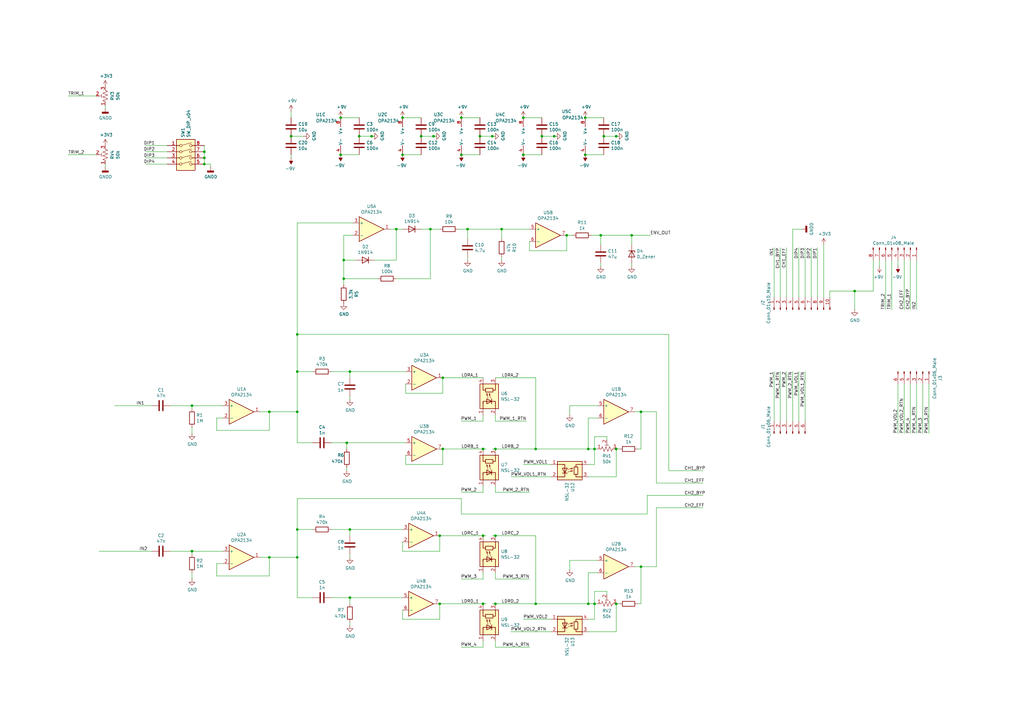
<source format=kicad_sch>
(kicad_sch (version 20231120) (generator "eeschema") (generator_version "8.0")
  (paper "A3")
  (lib_symbols
    (symbol "Amplifier_Operational:OPA2134" (pin_names (offset 0.127))
      (property "Reference" "U" (at 0 5.08 0))
      (property "Value" "OPA2134" (at 0 -5.08 0))
      (symbol "OPA2134_1_1"
        (pin output line (at 7.62 0 180) (length 2.54) (name "~") (number "1"))
        (pin input line (at -7.62 -2.54 0) (length 2.54) (name "-") (number "2"))
        (pin input line (at -7.62 2.54 0) (length 2.54) (name "+") (number "3"))
      )
      (symbol "OPA2134_2_1"
        (pin input line (at -7.62 2.54 0) (length 2.54) (name "+") (number "5"))
        (pin input line (at -7.62 -2.54 0) (length 2.54) (name "-") (number "6"))
        (pin output line (at 7.62 0 180) (length 2.54) (name "~") (number "7"))
      )
      (symbol "OPA2134_3_1"
        (pin power_in line (at -2.54 -7.62 90) (length 3.81) (name "V-") (number "4"))
        (pin power_in line (at -2.54 7.62 270) (length 3.81) (name "V+") (number "8"))
      )
    )
    (symbol "AnalogBoard_Rev2-rescue:+3.3V-power" (power) (pin_names (offset 0))
      (property "Value" "+3.3V-power" (at 0 3.556 0))
      (symbol "+3.3V-power_1_1"
        (pin power_in line (at 0 0 90) (length 0) hide (name "+3V3") (number "1"))
      )
    )
    (symbol "AnalogBoard_Rev2-rescue:R_POT_TRIM_US-Device" (pin_names (offset 1.016) hide)
      (property "Reference" "RV" (at -4.445 0 90))
      (property "Value" "R_POT_TRIM_US-Device" (at -2.54 0 90))
      (symbol "R_POT_TRIM_US-Device_1_1"
        (pin passive line (at 0 3.81 270) (length 1.27) (name "1") (number "1"))
        (pin passive line (at 3.81 0 180) (length 1.27) (name "2") (number "2"))
        (pin passive line (at 0 -3.81 90) (length 1.27) (name "3") (number "3"))
      )
    )
    (symbol "Connector:Conn_01x06_Male" (pin_names (offset 1.016) hide)
      (property "Reference" "J" (at 0 7.62 0))
      (property "Value" "Connector_Conn_01x06_Male" (at 0 -10.16 0))
      (symbol "Conn_01x06_Male_1_1"
        (pin passive line (at 5.08 5.08 180) (length 3.81) (name "Pin_1") (number "1"))
        (pin passive line (at 5.08 2.54 180) (length 3.81) (name "Pin_2") (number "2"))
        (pin passive line (at 5.08 0 180) (length 3.81) (name "Pin_3") (number "3"))
        (pin passive line (at 5.08 -2.54 180) (length 3.81) (name "Pin_4") (number "4"))
        (pin passive line (at 5.08 -5.08 180) (length 3.81) (name "Pin_5") (number "5"))
        (pin passive line (at 5.08 -7.62 180) (length 3.81) (name "Pin_6") (number "6"))
      )
    )
    (symbol "Connector:Conn_01x08_Male" (pin_names (offset 1.016) hide)
      (property "Reference" "J" (at 0 10.16 0))
      (property "Value" "Connector_Conn_01x08_Male" (at 0 -12.7 0))
      (symbol "Conn_01x08_Male_1_1"
        (pin passive line (at 5.08 7.62 180) (length 3.81) (name "Pin_1") (number "1"))
        (pin passive line (at 5.08 5.08 180) (length 3.81) (name "Pin_2") (number "2"))
        (pin passive line (at 5.08 2.54 180) (length 3.81) (name "Pin_3") (number "3"))
        (pin passive line (at 5.08 0 180) (length 3.81) (name "Pin_4") (number "4"))
        (pin passive line (at 5.08 -2.54 180) (length 3.81) (name "Pin_5") (number "5"))
        (pin passive line (at 5.08 -5.08 180) (length 3.81) (name "Pin_6") (number "6"))
        (pin passive line (at 5.08 -7.62 180) (length 3.81) (name "Pin_7") (number "7"))
        (pin passive line (at 5.08 -10.16 180) (length 3.81) (name "Pin_8") (number "8"))
      )
    )
    (symbol "Connector:Conn_01x10_Male" (pin_names (offset 1.016) hide)
      (property "Reference" "J" (at 0 12.7 0))
      (property "Value" "Connector_Conn_01x10_Male" (at 0 -15.24 0))
      (symbol "Conn_01x10_Male_1_1"
        (pin passive line (at 5.08 10.16 180) (length 3.81) (name "Pin_1") (number "1"))
        (pin passive line (at 5.08 -12.7 180) (length 3.81) (name "Pin_10") (number "10"))
        (pin passive line (at 5.08 7.62 180) (length 3.81) (name "Pin_2") (number "2"))
        (pin passive line (at 5.08 5.08 180) (length 3.81) (name "Pin_3") (number "3"))
        (pin passive line (at 5.08 2.54 180) (length 3.81) (name "Pin_4") (number "4"))
        (pin passive line (at 5.08 0 180) (length 3.81) (name "Pin_5") (number "5"))
        (pin passive line (at 5.08 -2.54 180) (length 3.81) (name "Pin_6") (number "6"))
        (pin passive line (at 5.08 -5.08 180) (length 3.81) (name "Pin_7") (number "7"))
        (pin passive line (at 5.08 -7.62 180) (length 3.81) (name "Pin_8") (number "8"))
        (pin passive line (at 5.08 -10.16 180) (length 3.81) (name "Pin_9") (number "9"))
      )
    )
    (symbol "Device:C" (pin_numbers hide) (pin_names (offset 0.254))
      (property "Reference" "C" (at 0.635 2.54 0))
      (property "Value" "C" (at 0.635 -2.54 0))
      (symbol "C_1_1"
        (pin passive line (at 0 3.81 270) (length 2.794) (name "~") (number "1"))
        (pin passive line (at 0 -3.81 90) (length 2.794) (name "~") (number "2"))
      )
    )
    (symbol "Device:D" (pin_numbers hide) (pin_names (offset 1.016) hide)
      (property "Reference" "D" (at 0 2.54 0))
      (property "Value" "D" (at 0 -2.54 0))
      (symbol "D_1_1"
        (pin passive line (at -3.81 0 0) (length 2.54) (name "K") (number "1"))
        (pin passive line (at 3.81 0 180) (length 2.54) (name "A") (number "2"))
      )
    )
    (symbol "Device:D_Zener" (pin_numbers hide) (pin_names (offset 1.016) hide)
      (property "Reference" "D" (at 0 2.54 0))
      (property "Value" "D_Zener" (at 0 -2.54 0))
      (symbol "D_Zener_1_1"
        (pin passive line (at -3.81 0 0) (length 2.54) (name "K") (number "1"))
        (pin passive line (at 3.81 0 180) (length 2.54) (name "A") (number "2"))
      )
    )
    (symbol "Device:R" (pin_numbers hide) (pin_names (offset 0))
      (property "Reference" "R" (at 2.032 0 90))
      (property "Value" "R" (at 0 0 90))
      (symbol "R_1_1"
        (pin passive line (at 0 3.81 270) (length 1.27) (name "~") (number "1"))
        (pin passive line (at 0 -3.81 90) (length 1.27) (name "~") (number "2"))
      )
    )
    (symbol "Isolator:NSL-32" (pin_names (offset 0.762) hide)
      (property "Reference" "U" (at 0 5.08 0))
      (property "Value" "NSL-32" (at 0 -5.08 0))
      (symbol "NSL-32_1_1"
        (pin passive line (at -7.62 2.54 0) (length 2.54) (name "A") (number "1"))
        (pin passive line (at -7.62 -2.54 0) (length 2.54) (name "K") (number "2"))
        (pin passive line (at 7.62 -2.54 180) (length 2.54) (name "R") (number "3"))
        (pin passive line (at 7.62 2.54 180) (length 2.54) (name "R") (number "4"))
      )
    )
    (symbol "Switch:SW_DIP_x04" (pin_names (offset 0) hide)
      (property "Reference" "SW" (at 0 8.89 0))
      (property "Value" "SW_DIP_x04" (at 0 -6.35 0))
      (symbol "SW_DIP_x04_1_1"
        (pin passive line (at -7.62 5.08 0) (length 5.08) (name "~") (number "1"))
        (pin passive line (at -7.62 2.54 0) (length 5.08) (name "~") (number "2"))
        (pin passive line (at -7.62 0 0) (length 5.08) (name "~") (number "3"))
        (pin passive line (at -7.62 -2.54 0) (length 5.08) (name "~") (number "4"))
        (pin passive line (at 7.62 -2.54 180) (length 5.08) (name "~") (number "5"))
        (pin passive line (at 7.62 0 180) (length 5.08) (name "~") (number "6"))
        (pin passive line (at 7.62 2.54 180) (length 5.08) (name "~") (number "7"))
        (pin passive line (at 7.62 5.08 180) (length 5.08) (name "~") (number "8"))
      )
    )
    (symbol "power:+9V" (power) (pin_numbers hide) (pin_names (offset 0) hide)
      (property "Value" "+9V" (at 0 3.556 0))
      (symbol "+9V_1_1"
        (pin power_in line (at 0 0 90) (length 0) (name "~") (number "1"))
      )
    )
    (symbol "power:-9V" (power) (pin_numbers hide) (pin_names (offset 0) hide)
      (property "Value" "-9V" (at 0 3.556 0))
      (symbol "-9V_1_1"
        (pin power_in line (at 0 0 90) (length 0) (name "~") (number "1"))
      )
    )
    (symbol "power:GND" (power) (pin_numbers hide) (pin_names (offset 0) hide)
      (property "Value" "GND" (at 0 -3.81 0))
      (symbol "GND_1_1"
        (pin power_in line (at 0 0 270) (length 0) (name "~") (number "1"))
      )
    )
    (symbol "power:GNDD" (power) (pin_numbers hide) (pin_names (offset 0) hide)
      (property "Value" "GNDD" (at 0 -3.175 0))
      (symbol "GNDD_1_1"
        (pin power_in line (at 0 0 270) (length 0) (name "~") (number "1"))
      )
    )
  )
  (junction (at 240.03 63.5))
  (junction (at 78.74 166.37))
  (junction (at 121.92 137.16))
  (junction (at 252.73 247.65))
  (junction (at 152.4 55.88))
  (junction (at 222.25 55.88))
  (junction (at 177.8 55.88))
  (junction (at 203.2 219.71))
  (junction (at 205.74 93.98))
  (junction (at 142.24 181.61))
  (junction (at 78.74 226.06))
  (junction (at 176.53 93.98))
  (junction (at 147.32 55.88))
  (junction (at 259.08 96.52))
  (junction (at 139.7 48.26))
  (junction (at 140.97 106.68))
  (junction (at 121.92 168.91))
  (junction (at 240.03 48.26))
  (junction (at 243.84 247.65))
  (junction (at 219.71 184.15))
  (junction (at 196.85 55.88))
  (junction (at 83.82 62.23))
  (junction (at 180.34 247.65))
  (junction (at 165.1 63.5))
  (junction (at 198.12 247.65))
  (junction (at 262.89 232.41))
  (junction (at 143.51 152.4))
  (junction (at 203.2 184.15))
  (junction (at 232.41 96.52))
  (junction (at 219.71 247.65))
  (junction (at 83.82 64.77))
  (junction (at 243.84 184.15))
  (junction (at 140.97 114.3))
  (junction (at 241.3 184.15))
  (junction (at 189.23 63.5))
  (junction (at 172.72 55.88))
  (junction (at 201.93 55.88))
  (junction (at 189.23 48.26))
  (junction (at 181.61 154.94))
  (junction (at 162.56 93.98))
  (junction (at 139.7 63.5))
  (junction (at 252.73 55.88))
  (junction (at 110.49 228.6))
  (junction (at 121.92 217.17))
  (junction (at 350.52 119.38))
  (junction (at 246.38 96.52))
  (junction (at 252.73 184.15))
  (junction (at 214.63 63.5))
  (junction (at 165.1 48.26))
  (junction (at 198.12 184.15))
  (junction (at 121.92 152.4))
  (junction (at 180.34 219.71))
  (junction (at 143.51 245.11))
  (junction (at 203.2 247.65))
  (junction (at 227.33 55.88))
  (junction (at 119.38 55.88))
  (junction (at 83.82 67.31))
  (junction (at 198.12 219.71))
  (junction (at 143.51 217.17))
  (junction (at 191.77 93.98))
  (junction (at 262.89 168.91))
  (junction (at 247.65 55.88))
  (junction (at 181.61 184.15))
  (junction (at 121.92 228.6))
  (junction (at 214.63 48.26))
  (junction (at 110.49 168.91))
  (junction (at 241.3 247.65))
  (wire (pts (xy 320.04 101.6) (xy 320.04 121.92)))
  (wire (pts (xy 166.37 190.5) (xy 181.61 190.5)))
  (wire (pts (xy 146.05 106.68) (xy 140.97 106.68)))
  (wire (pts (xy 121.92 217.17) (xy 121.92 228.6)))
  (wire (pts (xy 265.43 210.82) (xy 265.43 203.2)))
  (wire (pts (xy 245.11 171.45) (xy 241.3 171.45)))
  (wire (pts (xy 43.18 44.45) (xy 43.18 43.18)))
  (wire (pts (xy 274.32 193.04) (xy 274.32 137.16)))
  (wire (pts (xy 375.92 177.8) (xy 375.92 157.48)))
  (wire (pts (xy 181.61 190.5) (xy 181.61 184.15)))
  (wire (pts (xy 142.24 184.15) (xy 142.24 181.61)))
  (wire (pts (xy 43.18 68.58) (xy 43.18 67.31)))
  (wire (pts (xy 86.36 68.58) (xy 86.36 67.31)))
  (wire (pts (xy 27.94 63.5) (xy 39.37 63.5)))
  (wire (pts (xy 322.58 101.6) (xy 322.58 121.92)))
  (wire (pts (xy 209.55 195.58) (xy 226.06 195.58)))
  (wire (pts (xy 196.85 48.26) (xy 189.23 48.26)))
  (wire (pts (xy 241.3 254) (xy 243.84 254)))
  (wire (pts (xy 219.71 184.15) (xy 241.3 184.15)))
  (wire (pts (xy 215.9 172.72) (xy 203.2 172.72)))
  (wire (pts (xy 189.23 210.82) (xy 265.43 210.82)))
  (wire (pts (xy 152.4 55.88) (xy 147.32 55.88)))
  (wire (pts (xy 246.38 109.22) (xy 246.38 107.95)))
  (wire (pts (xy 143.51 219.71) (xy 143.51 217.17)))
  (wire (pts (xy 189.23 237.49) (xy 198.12 237.49)))
  (wire (pts (xy 209.55 259.08) (xy 226.06 259.08)))
  (wire (pts (xy 106.68 168.91) (xy 110.49 168.91)))
  (wire (pts (xy 78.74 237.49) (xy 78.74 234.95)))
  (wire (pts (xy 243.84 242.57) (xy 243.84 247.65)))
  (wire (pts (xy 153.67 55.88) (xy 152.4 55.88)))
  (wire (pts (xy 332.74 121.92) (xy 332.74 101.6)))
  (wire (pts (xy 370.84 127) (xy 370.84 106.68)))
  (wire (pts (xy 88.9 176.53) (xy 110.49 176.53)))
  (wire (pts (xy 245.11 229.87) (xy 233.68 229.87)))
  (wire (pts (xy 198.12 201.93) (xy 198.12 199.39)))
  (wire (pts (xy 269.24 168.91) (xy 262.89 168.91)))
  (wire (pts (xy 243.84 247.65) (xy 245.11 247.65)))
  (wire (pts (xy 233.68 229.87) (xy 233.68 233.68)))
  (wire (pts (xy 261.62 247.65) (xy 262.89 247.65)))
  (wire (pts (xy 83.82 67.31) (xy 83.82 64.77)))
  (wire (pts (xy 247.65 48.26) (xy 240.03 48.26)))
  (wire (pts (xy 198.12 219.71) (xy 199.39 219.71)))
  (wire (pts (xy 368.3 106.68) (xy 368.3 109.22)))
  (wire (pts (xy 143.51 245.11) (xy 165.1 245.11)))
  (wire (pts (xy 219.71 247.65) (xy 241.3 247.65)))
  (wire (pts (xy 121.92 228.6) (xy 121.92 245.11)))
  (wire (pts (xy 217.17 102.87) (xy 232.41 102.87)))
  (wire (pts (xy 381 177.8) (xy 381 157.48)))
  (wire (pts (xy 196.85 63.5) (xy 189.23 63.5)))
  (wire (pts (xy 78.74 167.64) (xy 78.74 166.37)))
  (wire (pts (xy 78.74 227.33) (xy 78.74 226.06)))
  (wire (pts (xy 119.38 48.26) (xy 119.38 45.72)))
  (wire (pts (xy 248.92 242.57) (xy 243.84 242.57)))
  (wire (pts (xy 154.94 114.3) (xy 140.97 114.3)))
  (wire (pts (xy 165.1 226.06) (xy 180.34 226.06)))
  (wire (pts (xy 191.77 106.68) (xy 191.77 105.41)))
  (wire (pts (xy 266.7 96.52) (xy 259.08 96.52)))
  (wire (pts (xy 203.2 199.39) (xy 203.2 201.93)))
  (wire (pts (xy 232.41 102.87) (xy 232.41 96.52)))
  (wire (pts (xy 140.97 114.3) (xy 140.97 116.84)))
  (wire (pts (xy 325.12 152.4) (xy 325.12 172.72)))
  (wire (pts (xy 68.58 67.31) (xy 59.69 67.31)))
  (wire (pts (xy 252.73 247.65) (xy 254 247.65)))
  (wire (pts (xy 143.51 217.17) (xy 165.1 217.17)))
  (wire (pts (xy 68.58 62.23) (xy 59.69 62.23)))
  (wire (pts (xy 252.73 55.88) (xy 247.65 55.88)))
  (wire (pts (xy 121.92 168.91) (xy 121.92 181.61)))
  (wire (pts (xy 243.84 184.15) (xy 245.11 184.15)))
  (wire (pts (xy 245.11 166.37) (xy 233.68 166.37)))
  (wire (pts (xy 121.92 245.11) (xy 128.27 245.11)))
  (wire (pts (xy 243.84 247.65) (xy 241.3 247.65)))
  (wire (pts (xy 83.82 64.77) (xy 83.82 62.23)))
  (wire (pts (xy 243.84 184.15) (xy 241.3 184.15)))
  (wire (pts (xy 27.94 39.37) (xy 39.37 39.37)))
  (wire (pts (xy 327.66 152.4) (xy 327.66 172.72)))
  (wire (pts (xy 219.71 154.94) (xy 219.71 184.15)))
  (wire (pts (xy 176.53 93.98) (xy 172.72 93.98)))
  (wire (pts (xy 172.72 63.5) (xy 165.1 63.5)))
  (wire (pts (xy 165.1 250.19) (xy 165.1 254)))
  (wire (pts (xy 252.73 195.58) (xy 252.73 184.15)))
  (wire (pts (xy 335.28 121.92) (xy 335.28 101.6)))
  (wire (pts (xy 368.3 177.8) (xy 368.3 157.48)))
  (wire (pts (xy 247.65 63.5) (xy 240.03 63.5)))
  (wire (pts (xy 201.93 219.71) (xy 203.2 219.71)))
  (wire (pts (xy 317.5 152.4) (xy 317.5 172.72)))
  (wire (pts (xy 160.02 93.98) (xy 162.56 93.98)))
  (wire (pts (xy 110.49 236.22) (xy 110.49 228.6)))
  (wire (pts (xy 243.84 179.07) (xy 243.84 184.15)))
  (wire (pts (xy 325.12 121.92) (xy 325.12 93.98)))
  (wire (pts (xy 360.68 106.68) (xy 360.68 109.22)))
  (wire (pts (xy 180.34 219.71) (xy 198.12 219.71)))
  (wire (pts (xy 241.3 259.08) (xy 252.73 259.08)))
  (wire (pts (xy 198.12 265.43) (xy 198.12 262.89)))
  (wire (pts (xy 203.2 265.43) (xy 217.17 265.43)))
  (wire (pts (xy 205.74 93.98) (xy 191.77 93.98)))
  (wire (pts (xy 198.12 172.72) (xy 198.12 170.18)))
  (wire (pts (xy 189.23 201.93) (xy 198.12 201.93)))
  (wire (pts (xy 245.11 234.95) (xy 241.3 234.95)))
  (wire (pts (xy 143.51 228.6) (xy 143.51 227.33)))
  (wire (pts (xy 242.57 96.52) (xy 246.38 96.52)))
  (wire (pts (xy 198.12 237.49) (xy 198.12 234.95)))
  (wire (pts (xy 135.89 181.61) (xy 142.24 181.61)))
  (wire (pts (xy 166.37 161.29) (xy 181.61 161.29)))
  (wire (pts (xy 135.89 152.4) (xy 143.51 152.4)))
  (wire (pts (xy 203.2 55.88) (xy 201.93 55.88)))
  (wire (pts (xy 378.46 157.48) (xy 378.46 177.8)))
  (wire (pts (xy 203.2 247.65) (xy 219.71 247.65)))
  (wire (pts (xy 228.6 55.88) (xy 227.33 55.88)))
  (wire (pts (xy 222.25 48.26) (xy 214.63 48.26)))
  (wire (pts (xy 320.04 172.72) (xy 320.04 152.4)))
  (wire (pts (xy 46.99 166.37) (xy 62.23 166.37)))
  (wire (pts (xy 201.93 184.15) (xy 203.2 184.15)))
  (wire (pts (xy 110.49 168.91) (xy 121.92 168.91)))
  (wire (pts (xy 181.61 161.29) (xy 181.61 154.94)))
  (wire (pts (xy 205.74 105.41) (xy 205.74 106.68)))
  (wire (pts (xy 203.2 172.72) (xy 203.2 170.18)))
  (wire (pts (xy 252.73 184.15) (xy 254 184.15)))
  (wire (pts (xy 337.82 100.33) (xy 337.82 121.92)))
  (wire (pts (xy 142.24 181.61) (xy 166.37 181.61)))
  (wire (pts (xy 203.2 234.95) (xy 203.2 237.49)))
  (wire (pts (xy 128.27 152.4) (xy 121.92 152.4)))
  (wire (pts (xy 248.92 179.07) (xy 243.84 179.07)))
  (wire (pts (xy 201.93 55.88) (xy 196.85 55.88)))
  (wire (pts (xy 222.25 63.5) (xy 214.63 63.5)))
  (wire (pts (xy 162.56 114.3) (xy 176.53 114.3)))
  (wire (pts (xy 40.64 226.06) (xy 62.23 226.06)))
  (wire (pts (xy 78.74 226.06) (xy 91.44 226.06)))
  (wire (pts (xy 373.38 106.68) (xy 373.38 127)))
  (wire (pts (xy 370.84 157.48) (xy 370.84 177.8)))
  (wire (pts (xy 143.51 163.83) (xy 143.51 162.56)))
  (wire (pts (xy 121.92 137.16) (xy 121.92 91.44)))
  (wire (pts (xy 68.58 59.69) (xy 59.69 59.69)))
  (wire (pts (xy 350.52 127) (xy 350.52 119.38)))
  (wire (pts (xy 143.51 256.54) (xy 143.51 255.27)))
  (wire (pts (xy 166.37 157.48) (xy 166.37 161.29)))
  (wire (pts (xy 317.5 101.6) (xy 317.5 121.92)))
  (wire (pts (xy 177.8 55.88) (xy 172.72 55.88)))
  (wire (pts (xy 143.51 154.94) (xy 143.51 152.4)))
  (wire (pts (xy 144.78 96.52) (xy 140.97 96.52)))
  (wire (pts (xy 330.2 121.92) (xy 330.2 101.6)))
  (wire (pts (xy 214.63 254) (xy 226.06 254)))
  (wire (pts (xy 88.9 236.22) (xy 110.49 236.22)))
  (wire (pts (xy 180.34 93.98) (xy 176.53 93.98)))
  (wire (pts (xy 78.74 226.06) (xy 69.85 226.06)))
  (wire (pts (xy 166.37 152.4) (xy 143.51 152.4)))
  (wire (pts (xy 179.07 55.88) (xy 177.8 55.88)))
  (wire (pts (xy 110.49 228.6) (xy 121.92 228.6)))
  (wire (pts (xy 375.92 127) (xy 375.92 106.68)))
  (wire (pts (xy 203.2 184.15) (xy 219.71 184.15)))
  (wire (pts (xy 243.84 190.5) (xy 243.84 184.15)))
  (wire (pts (xy 91.44 231.14) (xy 88.9 231.14)))
  (wire (pts (xy 119.38 63.5) (xy 119.38 64.77)))
  (wire (pts (xy 269.24 208.28) (xy 269.24 232.41)))
  (wire (pts (xy 288.29 208.28) (xy 269.24 208.28)))
  (wire (pts (xy 78.74 166.37) (xy 69.85 166.37)))
  (wire (pts (xy 269.24 232.41) (xy 262.89 232.41)))
  (wire (pts (xy 325.12 93.98) (xy 328.93 93.98)))
  (wire (pts (xy 248.92 243.84) (xy 248.92 242.57)))
  (wire (pts (xy 241.3 234.95) (xy 241.3 247.65)))
  (wire (pts (xy 91.44 171.45) (xy 88.9 171.45)))
  (wire (pts (xy 203.2 265.43) (xy 203.2 262.89)))
  (wire (pts (xy 214.63 190.5) (xy 226.06 190.5)))
  (wire (pts (xy 121.92 137.16) (xy 121.92 152.4)))
  (wire (pts (xy 147.32 63.5) (xy 139.7 63.5)))
  (wire (pts (xy 217.17 99.06) (xy 217.17 102.87)))
  (wire (pts (xy 201.93 247.65) (xy 203.2 247.65)))
  (wire (pts (xy 124.46 55.88) (xy 119.38 55.88)))
  (wire (pts (xy 288.29 198.12) (xy 269.24 198.12)))
  (wire (pts (xy 327.66 101.6) (xy 327.66 121.92)))
  (wire (pts (xy 143.51 247.65) (xy 143.51 245.11)))
  (wire (pts (xy 180.34 247.65) (xy 198.12 247.65)))
  (wire (pts (xy 176.53 114.3) (xy 176.53 93.98)))
  (wire (pts (xy 83.82 62.23) (xy 83.82 59.69)))
  (wire (pts (xy 181.61 154.94) (xy 198.12 154.94)))
  (wire (pts (xy 350.52 119.38) (xy 340.36 119.38)))
  (wire (pts (xy 68.58 64.77) (xy 59.69 64.77)))
  (wire (pts (xy 259.08 107.95) (xy 259.08 109.22)))
  (wire (pts (xy 265.43 203.2) (xy 288.29 203.2)))
  (wire (pts (xy 288.29 193.04) (xy 274.32 193.04)))
  (wire (pts (xy 166.37 186.69) (xy 166.37 190.5)))
  (wire (pts (xy 262.89 168.91) (xy 260.35 168.91)))
  (wire (pts (xy 140.97 96.52) (xy 140.97 106.68)))
  (wire (pts (xy 86.36 67.31) (xy 83.82 67.31)))
  (wire (pts (xy 189.23 204.47) (xy 189.23 210.82)))
  (wire (pts (xy 189.23 265.43) (xy 198.12 265.43)))
  (wire (pts (xy 78.74 166.37) (xy 91.44 166.37)))
  (wire (pts (xy 248.92 180.34) (xy 248.92 179.07)))
  (wire (pts (xy 121.92 181.61) (xy 128.27 181.61)))
  (wire (pts (xy 180.34 226.06) (xy 180.34 219.71)))
  (wire (pts (xy 358.14 119.38) (xy 358.14 106.68)))
  (wire (pts (xy 203.2 237.49) (xy 217.17 237.49)))
  (wire (pts (xy 121.92 91.44) (xy 144.78 91.44)))
  (wire (pts (xy 121.92 204.47) (xy 121.92 217.17)))
  (wire (pts (xy 233.68 166.37) (xy 233.68 170.18)))
  (wire (pts (xy 259.08 96.52) (xy 246.38 96.52)))
  (wire (pts (xy 246.38 100.33) (xy 246.38 96.52)))
  (wire (pts (xy 203.2 201.93) (xy 217.17 201.93)))
  (wire (pts (xy 241.3 190.5) (xy 243.84 190.5)))
  (wire (pts (xy 88.9 171.45) (xy 88.9 176.53)))
  (wire (pts (xy 262.89 232.41) (xy 262.89 247.65)))
  (wire (pts (xy 198.12 184.15) (xy 199.39 184.15)))
  (wire (pts (xy 128.27 217.17) (xy 121.92 217.17)))
  (wire (pts (xy 110.49 228.6) (xy 106.68 228.6)))
  (wire (pts (xy 330.2 152.4) (xy 330.2 172.72)))
  (wire (pts (xy 365.76 106.68) (xy 365.76 127)))
  (wire (pts (xy 219.71 219.71) (xy 219.71 247.65)))
  (wire (pts (xy 198.12 247.65) (xy 199.39 247.65)))
  (wire (pts (xy 172.72 48.26) (xy 165.1 48.26)))
  (wire (pts (xy 203.2 154.94) (xy 219.71 154.94)))
  (wire (pts (xy 243.84 254) (xy 243.84 247.65)))
  (wire (pts (xy 234.95 96.52) (xy 232.41 96.52)))
  (wire (pts (xy 78.74 177.8) (xy 78.74 175.26)))
  (wire (pts (xy 205.74 97.79) (xy 205.74 93.98)))
  (wire (pts (xy 261.62 184.15) (xy 262.89 184.15)))
  (wire (pts (xy 153.67 106.68) (xy 162.56 106.68)))
  (wire (pts (xy 241.3 171.45) (xy 241.3 184.15)))
  (wire (pts (xy 340.36 119.38) (xy 340.36 121.92)))
  (wire (pts (xy 227.33 55.88) (xy 222.25 55.88)))
  (wire (pts (xy 121.92 152.4) (xy 121.92 168.91)))
  (wire (pts (xy 254 55.88) (xy 252.73 55.88)))
  (wire (pts (xy 110.49 176.53) (xy 110.49 168.91)))
  (wire (pts (xy 165.1 254) (xy 180.34 254)))
  (wire (pts (xy 252.73 259.08) (xy 252.73 247.65)))
  (wire (pts (xy 203.2 219.71) (xy 219.71 219.71)))
  (wire (pts (xy 262.89 232.41) (xy 260.35 232.41)))
  (wire (pts (xy 274.32 137.16) (xy 121.92 137.16)))
  (wire (pts (xy 162.56 106.68) (xy 162.56 93.98)))
  (wire (pts (xy 322.58 152.4) (xy 322.58 172.72)))
  (wire (pts (xy 135.89 245.11) (xy 143.51 245.11)))
  (wire (pts (xy 189.23 172.72) (xy 198.12 172.72)))
  (wire (pts (xy 187.96 93.98) (xy 191.77 93.98)))
  (wire (pts (xy 262.89 168.91) (xy 262.89 184.15)))
  (wire (pts (xy 191.77 97.79) (xy 191.77 93.98)))
  (wire (pts (xy 259.08 100.33) (xy 259.08 96.52)))
  (wire (pts (xy 165.1 222.25) (xy 165.1 226.06)))
  (wire (pts (xy 269.24 198.12) (xy 269.24 168.91)))
  (wire (pts (xy 180.34 254) (xy 180.34 247.65)))
  (wire (pts (xy 147.32 48.26) (xy 139.7 48.26)))
  (wire (pts (xy 181.61 184.15) (xy 198.12 184.15)))
  (wire (pts (xy 373.38 157.48) (xy 373.38 177.8)))
  (wire (pts (xy 121.92 204.47) (xy 189.23 204.47)))
  (wire (pts (xy 135.89 217.17) (xy 143.51 217.17)))
  (wire (pts (xy 165.1 93.98) (xy 162.56 93.98)))
  (wire (pts (xy 88.9 231.14) (xy 88.9 236.22)))
  (wire (pts (xy 363.22 106.68) (xy 363.22 127)))
  (wire (pts (xy 241.3 195.58) (xy 252.73 195.58)))
  (wire (pts (xy 140.97 114.3) (xy 140.97 106.68)))
  (wire (pts (xy 142.24 193.04) (xy 142.24 191.77)))
  (wire (pts (xy 217.17 93.98) (xy 205.74 93.98)))
  (wire (pts (xy 358.14 119.38) (xy 350.52 119.38)))
  (label "PWM_3" (at 378.46 177.8 90))
  (label "TRIM_2" (at 27.94 63.5 0))
  (label "LDRD_1" (at 189.23 247.65 0))
  (label "PWM_VOL1_RTN" (at 209.55 195.58 0))
  (label "IN2" (at 57.15 226.06 0))
  (label "CH1_EFF" (at 280.67 198.12 0))
  (label "PWM_4" (at 373.38 177.8 90))
  (label "PWM_VOL2_RTN" (at 209.55 259.08 0))
  (label "PWM_1_RTN" (at 320.04 152.4 270))
  (label "LDRA_1" (at 189.23 154.94 0))
  (label "PWM_VOL1" (at 214.63 190.5 0))
  (label "DIP1" (at 335.28 101.6 270))
  (label "PWM_VOL2" (at 368.3 177.8 90))
  (label "IN1" (at 55.88 166.37 0))
  (label "CH1_BYP" (at 280.67 193.04 0))
  (label "ENV_OUT" (at 266.7 96.52 0))
  (label "LDRA_2" (at 205.74 154.94 0))
  (label "PWM_VOL1" (at 327.66 152.4 270))
  (label "PWM_3" (at 195.58 237.49 180))
  (label "LDRB_2" (at 205.74 184.15 0))
  (label "TRIM_1" (at 27.94 39.37 0))
  (label "PWM_2" (at 195.58 201.93 180))
  (label "TRIM_1" (at 365.76 127 90))
  (label "LDRB_1" (at 189.23 184.15 0))
  (label "CH1_EFF" (at 322.58 101.6 270))
  (label "TRIM_2" (at 363.22 127 90))
  (label "DIP3" (at 330.2 101.6 270))
  (label "CH1_BYP" (at 320.04 101.6 270))
  (label "CH2_EFF" (at 370.84 127 90))
  (label "PWM_2_RTN" (at 325.12 152.4 270))
  (label "DIP2" (at 63.5 62.23 180))
  (label "DIP1" (at 63.5 59.69 180))
  (label "DIP4" (at 63.5 67.31 180))
  (label "PWM_3_RTN" (at 217.17 237.49 180))
  (label "PWM_VOL2_RTN" (at 370.84 177.8 90))
  (label "PWM_2_RTN" (at 217.17 201.93 180))
  (label "CH2_EFF" (at 280.67 208.28 0))
  (label "IN2" (at 375.92 127 90))
  (label "PWM_VOL2" (at 214.63 254 0))
  (label "LDRD_2" (at 205.74 247.65 0))
  (label "LDRC_2" (at 205.74 219.71 0))
  (label "DIP3" (at 63.5 64.77 180))
  (label "CH2_BYP" (at 373.38 127 90))
  (label "PWM_4" (at 195.58 265.43 180))
  (label "LDRC_1" (at 189.23 219.71 0))
  (label "PWM_4_RTN" (at 375.92 177.8 90))
  (label "PWM_VOL1_RTN" (at 330.2 152.4 270))
  (label "IN1" (at 317.5 101.6 270))
  (label "DIP4" (at 327.66 101.6 270))
  (label "CH2_BYP" (at 280.67 203.2 0))
  (label "PWM_4_RTN" (at 217.17 265.43 180))
  (label "PWM_1_RTN" (at 215.9 172.72 180))
  (label "PWM_2" (at 322.58 152.4 270))
  (label "DIP2" (at 332.74 101.6 270))
  (label "PWM_3_RTN" (at 381 177.8 90))
  (label "PWM_1" (at 317.5 152.4 270))
  (label "PWM_1" (at 195.58 172.72 180))
  (symbol (lib_id "Amplifier_Operational:OPA2134") (at 99.06 168.91 0) (unit 1)
    (property "Reference" "U1" (at 99.06 159.5882 0))
    (property "Value" "OPA2134" (at 99.06 161.8996 0))
    (property "Footprint" "Package_DIP:DIP-8_W7.62mm" (effects (hide yes)))
    (property "Datasheet" "http://www.ti.com/lit/ds/symlink/opa134.pdf" (effects (hide yes)))
  )
  (symbol (lib_id "Amplifier_Operational:OPA2134") (at 173.99 154.94 0) (unit 1)
    (property "Reference" "U3" (at 173.99 145.6182 0))
    (property "Value" "OPA2134" (at 173.99 147.9296 0))
    (property "Footprint" "Package_DIP:DIP-8_W7.62mm" (effects (hide yes)))
    (property "Datasheet" "http://www.ti.com/lit/ds/symlink/opa134.pdf" (effects (hide yes)))
  )
  (symbol (lib_id "Amplifier_Operational:OPA2134") (at 142.24 55.88 0) (unit 3)
    (property "Reference" "U1" (at 129.54 46.99 0) (effects (justify left)))
    (property "Value" "OPA2134" (at 129.54 49.53 0) (effects (justify left)))
    (property "Footprint" "Package_DIP:DIP-8_W7.62mm" (effects (hide yes)))
    (property "Datasheet" "http://www.ti.com/lit/ds/symlink/opa134.pdf" (effects (hide yes)))
  )
  (symbol (lib_id "power:+9V") (at 139.7 48.26 0) (unit 1)
    (property "Reference" "#PWR012" (effects (hide yes)))
    (property "Value" "+9V" (at 140.081 43.8658 0))
  )
  (symbol (lib_id "power:-9V") (at 139.7 63.5 180) (unit 1)
    (property "Reference" "#PWR013" (effects (hide yes)))
    (property "Value" "-9V" (at 139.319 67.8942 0))
  )
  (symbol (lib_id "Amplifier_Operational:OPA2134") (at 167.64 55.88 0) (unit 3)
    (property "Reference" "U2" (at 154.94 46.99 0) (effects (justify left)))
    (property "Value" "OPA2134" (at 154.94 49.53 0) (effects (justify left)))
    (property "Footprint" "Package_DIP:DIP-8_W7.62mm" (effects (hide yes)))
    (property "Datasheet" "http://www.ti.com/lit/ds/symlink/opa134.pdf" (effects (hide yes)))
  )
  (symbol (lib_id "power:+9V") (at 165.1 48.26 0) (unit 1)
    (property "Reference" "#PWR015" (effects (hide yes)))
    (property "Value" "+9V" (at 165.481 43.8658 0))
  )
  (symbol (lib_id "power:-9V") (at 165.1 63.5 180) (unit 1)
    (property "Reference" "#PWR016" (effects (hide yes)))
    (property "Value" "-9V" (at 164.719 67.8942 0))
  )
  (symbol (lib_id "Amplifier_Operational:OPA2134") (at 191.77 55.88 0) (unit 3)
    (property "Reference" "U3" (at 177.8 46.99 0) (effects (justify left)))
    (property "Value" "OPA2134" (at 177.8 49.53 0) (effects (justify left)))
    (property "Footprint" "Package_DIP:DIP-8_W7.62mm" (effects (hide yes)))
    (property "Datasheet" "http://www.ti.com/lit/ds/symlink/opa134.pdf" (effects (hide yes)))
  )
  (symbol (lib_id "power:+9V") (at 189.23 48.26 0) (unit 1)
    (property "Reference" "#PWR018" (effects (hide yes)))
    (property "Value" "+9V" (at 189.611 43.8658 0))
  )
  (symbol (lib_id "power:-9V") (at 189.23 63.5 180) (unit 1)
    (property "Reference" "#PWR019" (effects (hide yes)))
    (property "Value" "-9V" (at 188.849 67.8942 0))
  )
  (symbol (lib_id "Amplifier_Operational:OPA2134") (at 217.17 55.88 0) (unit 3)
    (property "Reference" "U4" (at 203.2 46.99 0) (effects (justify left)))
    (property "Value" "OPA2134" (at 203.2 49.53 0) (effects (justify left)))
    (property "Footprint" "Package_DIP:DIP-8_W7.62mm" (effects (hide yes)))
    (property "Datasheet" "http://www.ti.com/lit/ds/symlink/opa134.pdf" (effects (hide yes)))
  )
  (symbol (lib_id "power:+9V") (at 214.63 48.26 0) (unit 1)
    (property "Reference" "#PWR022" (effects (hide yes)))
    (property "Value" "+9V" (at 215.011 43.8658 0))
  )
  (symbol (lib_id "power:-9V") (at 214.63 63.5 180) (unit 1)
    (property "Reference" "#PWR023" (effects (hide yes)))
    (property "Value" "-9V" (at 214.249 67.8942 0))
  )
  (symbol (lib_id "Device:R") (at 78.74 171.45 180) (unit 1)
    (property "Reference" "R1" (at 80.518 170.2816 0) (effects (justify right)))
    (property "Value" "1M" (at 80.518 172.593 0) (effects (justify right)))
    (property "Footprint" "Resistor_THT:R_Axial_DIN0207_L6.3mm_D2.5mm_P7.62mm_Horizontal" (effects (hide yes)))
  )
  (symbol (lib_id "Device:C") (at 66.04 166.37 270) (unit 1)
    (property "Reference" "C1" (at 66.04 159.9692 90))
    (property "Value" "47n" (at 66.04 162.2806 90))
    (property "Footprint" "Capacitor_THT:C_Rect_L7.2mm_W4.5mm_P5.00mm_FKS2_FKP2_MKS2_MKP2" (effects (hide yes)))
  )
  (symbol (lib_id "Amplifier_Operational:OPA2134") (at 99.06 228.6 0) (unit 1)
    (property "Reference" "U2" (at 99.06 219.2782 0))
    (property "Value" "OPA2134" (at 99.06 221.5896 0))
    (property "Footprint" "Package_DIP:DIP-8_W7.62mm" (effects (hide yes)))
    (property "Datasheet" "http://www.ti.com/lit/ds/symlink/opa134.pdf" (effects (hide yes)))
  )
  (symbol (lib_id "Device:R") (at 78.74 231.14 180) (unit 1)
    (property "Reference" "R2" (at 80.518 229.9716 0) (effects (justify right)))
    (property "Value" "1M" (at 80.518 232.283 0) (effects (justify right)))
    (property "Footprint" "Resistor_THT:R_Axial_DIN0207_L6.3mm_D2.5mm_P7.62mm_Horizontal" (effects (hide yes)))
  )
  (symbol (lib_id "Device:C") (at 66.04 226.06 270) (unit 1)
    (property "Reference" "C2" (at 66.04 219.6592 90))
    (property "Value" "47n" (at 66.04 221.9706 90))
    (property "Footprint" "Capacitor_THT:C_Rect_L7.2mm_W4.5mm_P5.00mm_FKS2_FKP2_MKS2_MKP2" (effects (hide yes)))
  )
  (symbol (lib_id "Device:R") (at 142.24 187.96 180) (unit 1)
    (property "Reference" "R6" (at 138.43 186.69 0) (effects (justify right)))
    (property "Value" "470k" (at 135.89 189.23 0) (effects (justify right)))
    (property "Footprint" "Resistor_THT:R_Axial_DIN0207_L6.3mm_D2.5mm_P7.62mm_Horizontal" (effects (hide yes)))
  )
  (symbol (lib_id "Device:C") (at 132.08 181.61 270) (unit 1)
    (property "Reference" "C4" (at 132.08 175.2092 90))
    (property "Value" "1n" (at 132.08 177.5206 90))
    (property "Footprint" "Capacitor_THT:C_Rect_L7.2mm_W4.5mm_P5.00mm_FKS2_FKP2_MKS2_MKP2" (effects (hide yes)))
  )
  (symbol (lib_id "Device:R") (at 132.08 152.4 90) (unit 1)
    (property "Reference" "R3" (at 132.08 147.1422 90))
    (property "Value" "470k" (at 132.08 149.4536 90))
    (property "Footprint" "Resistor_THT:R_Axial_DIN0207_L6.3mm_D2.5mm_P7.62mm_Horizontal" (effects (hide yes)))
  )
  (symbol (lib_id "Device:C") (at 143.51 158.75 180) (unit 1)
    (property "Reference" "C7" (at 138.43 157.48 0) (effects (justify right)))
    (property "Value" "1n" (at 138.43 160.02 0) (effects (justify right)))
    (property "Footprint" "Capacitor_THT:C_Rect_L7.2mm_W4.5mm_P5.00mm_FKS2_FKP2_MKS2_MKP2" (effects (hide yes)))
  )
  (symbol (lib_id "power:GND") (at 142.24 193.04 0) (unit 1)
    (property "Reference" "#PWR08" (effects (hide yes)))
    (property "Value" "GND" (at 142.367 197.4342 0))
  )
  (symbol (lib_id "power:GND") (at 143.51 163.83 0) (unit 1)
    (property "Reference" "#PWR06" (effects (hide yes)))
    (property "Value" "GND" (at 143.637 168.2242 0))
  )
  (symbol (lib_id "Amplifier_Operational:OPA2134") (at 173.99 184.15 0) (unit 2)
    (property "Reference" "U3" (at 173.99 174.8282 0))
    (property "Value" "OPA2134" (at 173.99 177.1396 0))
    (property "Footprint" "Package_DIP:DIP-8_W7.62mm" (effects (hide yes)))
    (property "Datasheet" "http://www.ti.com/lit/ds/symlink/opa134.pdf" (effects (hide yes)))
  )
  (symbol (lib_id "Amplifier_Operational:OPA2134") (at 252.73 168.91 0) (unit 2)
    (property "Reference" "U1" (at 252.73 159.5882 0))
    (property "Value" "OPA2134" (at 252.73 161.8996 0))
    (property "Footprint" "Package_DIP:DIP-8_W7.62mm" (effects (hide yes)))
    (property "Datasheet" "http://www.ti.com/lit/ds/symlink/opa134.pdf" (effects (hide yes)))
  )
  (symbol (lib_id "power:GND") (at 233.68 170.18 0) (unit 1)
    (property "Reference" "#PWR020" (effects (hide yes)))
    (property "Value" "GND" (at 233.807 174.5742 0))
  )
  (symbol (lib_id "Device:R") (at 257.81 184.15 90) (unit 1)
    (property "Reference" "R12" (at 257.81 178.8922 90))
    (property "Value" "1k" (at 257.81 181.2036 90))
    (property "Footprint" "Resistor_THT:R_Axial_DIN0207_L6.3mm_D2.5mm_P7.62mm_Horizontal" (effects (hide yes)))
  )
  (symbol (lib_id "Amplifier_Operational:OPA2134") (at 172.72 219.71 0) (unit 1)
    (property "Reference" "U4" (at 172.72 210.3882 0))
    (property "Value" "OPA2134" (at 172.72 212.6996 0))
    (property "Footprint" "Package_DIP:DIP-8_W7.62mm" (effects (hide yes)))
    (property "Datasheet" "http://www.ti.com/lit/ds/symlink/opa134.pdf" (effects (hide yes)))
  )
  (symbol (lib_id "Device:R") (at 143.51 251.46 180) (unit 1)
    (property "Reference" "R7" (at 138.43 250.19 0) (effects (justify right)))
    (property "Value" "470k" (at 137.16 252.73 0) (effects (justify right)))
    (property "Footprint" "Resistor_THT:R_Axial_DIN0207_L6.3mm_D2.5mm_P7.62mm_Horizontal" (effects (hide yes)))
  )
  (symbol (lib_id "Device:C") (at 132.08 245.11 270) (unit 1)
    (property "Reference" "C5" (at 132.08 238.7092 90))
    (property "Value" "1n" (at 132.08 241.0206 90))
    (property "Footprint" "Capacitor_THT:C_Rect_L7.2mm_W4.5mm_P5.00mm_FKS2_FKP2_MKS2_MKP2" (effects (hide yes)))
  )
  (symbol (lib_id "Device:R") (at 132.08 217.17 90) (unit 1)
    (property "Reference" "R4" (at 132.08 211.9122 90))
    (property "Value" "470k" (at 132.08 214.2236 90))
    (property "Footprint" "Resistor_THT:R_Axial_DIN0207_L6.3mm_D2.5mm_P7.62mm_Horizontal" (effects (hide yes)))
  )
  (symbol (lib_id "Device:C") (at 143.51 223.52 180) (unit 1)
    (property "Reference" "C8" (at 138.43 222.25 0) (effects (justify right)))
    (property "Value" "1n" (at 138.43 224.79 0) (effects (justify right)))
    (property "Footprint" "Capacitor_THT:C_Rect_L7.2mm_W4.5mm_P5.00mm_FKS2_FKP2_MKS2_MKP2" (effects (hide yes)))
  )
  (symbol (lib_id "power:GND") (at 143.51 256.54 0) (unit 1)
    (property "Reference" "#PWR09" (effects (hide yes)))
    (property "Value" "GND" (at 143.637 260.9342 0))
  )
  (symbol (lib_id "Amplifier_Operational:OPA2134") (at 172.72 247.65 0) (unit 2)
    (property "Reference" "U4" (at 172.72 238.3282 0))
    (property "Value" "OPA2134" (at 172.72 240.6396 0))
    (property "Footprint" "Package_DIP:DIP-8_W7.62mm" (effects (hide yes)))
    (property "Datasheet" "http://www.ti.com/lit/ds/symlink/opa134.pdf" (effects (hide yes)))
  )
  (symbol (lib_id "Amplifier_Operational:OPA2134") (at 252.73 232.41 0) (unit 2)
    (property "Reference" "U2" (at 252.73 223.0882 0))
    (property "Value" "OPA2134" (at 252.73 225.3996 0))
    (property "Footprint" "Package_DIP:DIP-8_W7.62mm" (effects (hide yes)))
    (property "Datasheet" "http://www.ti.com/lit/ds/symlink/opa134.pdf" (effects (hide yes)))
  )
  (symbol (lib_id "power:GND") (at 233.68 233.68 0) (unit 1)
    (property "Reference" "#PWR021" (effects (hide yes)))
    (property "Value" "GND" (at 233.807 238.0742 0))
  )
  (symbol (lib_id "power:GND") (at 78.74 177.8 0) (unit 1)
    (property "Reference" "#PWR01" (effects (hide yes)))
    (property "Value" "GND" (at 78.867 182.1942 0))
  )
  (symbol (lib_id "power:GND") (at 78.74 237.49 0) (unit 1)
    (property "Reference" "#PWR02" (effects (hide yes)))
    (property "Value" "GND" (at 78.867 241.8842 0))
  )
  (symbol (lib_id "AnalogBoard_Rev2-rescue:R_POT_TRIM_US-Device") (at 248.92 184.15 90) (unit 1)
    (property "Reference" "RV1" (at 248.92 187.0202 90))
    (property "Value" "50k" (at 248.92 189.3316 90))
    (property "Footprint" "Pinebox:Potentiometer_Bourns_3386F_Vertical" (effects (hide yes)))
  )
  (symbol (lib_id "Device:R") (at 257.81 247.65 90) (unit 1)
    (property "Reference" "R13" (at 257.81 242.3922 90))
    (property "Value" "1k" (at 257.81 244.7036 90))
    (property "Footprint" "Resistor_THT:R_Axial_DIN0207_L6.3mm_D2.5mm_P7.62mm_Horizontal" (effects (hide yes)))
  )
  (symbol (lib_id "AnalogBoard_Rev2-rescue:R_POT_TRIM_US-Device") (at 248.92 247.65 90) (unit 1)
    (property "Reference" "RV2" (at 248.92 250.5202 90))
    (property "Value" "50k" (at 248.92 252.8316 90))
    (property "Footprint" "Pinebox:Potentiometer_Bourns_3386F_Vertical" (effects (hide yes)))
  )
  (symbol (lib_id "Amplifier_Operational:OPA2134") (at 152.4 93.98 0) (unit 1)
    (property "Reference" "U5" (at 152.4 84.6582 0))
    (property "Value" "OPA2134" (at 152.4 86.9696 0))
    (property "Footprint" "Package_DIP:DIP-8_W7.62mm" (effects (hide yes)))
    (property "Datasheet" "http://www.ti.com/lit/ds/symlink/opa134.pdf" (effects (hide yes)))
  )
  (symbol (lib_id "Device:D") (at 168.91 93.98 180) (unit 1)
    (property "Reference" "D3" (at 168.91 88.4936 0))
    (property "Value" "1N914" (at 168.91 90.805 0))
    (property "Footprint" "Diode_THT:D_DO-35_SOD27_P7.62mm_Horizontal" (effects (hide yes)))
  )
  (symbol (lib_id "Device:R") (at 158.75 114.3 90) (unit 1)
    (property "Reference" "R8" (at 158.75 109.0422 90))
    (property "Value" "100k" (at 158.75 111.3536 90))
    (property "Footprint" "Resistor_THT:R_Axial_DIN0207_L6.3mm_D2.5mm_P7.62mm_Horizontal" (effects (hide yes)))
  )
  (symbol (lib_id "Device:R") (at 140.97 120.65 0) (unit 1)
    (property "Reference" "R5" (at 146.2278 120.65 90))
    (property "Value" "3.3k" (at 143.9164 120.65 90))
    (property "Footprint" "Resistor_THT:R_Axial_DIN0207_L6.3mm_D2.5mm_P7.62mm_Horizontal" (effects (hide yes)))
  )
  (symbol (lib_id "power:GND") (at 140.97 124.46 0) (unit 1)
    (property "Reference" "#PWR05" (effects (hide yes)))
    (property "Value" "GND" (at 141.097 128.8542 0))
  )
  (symbol (lib_id "Device:C") (at 191.77 101.6 180) (unit 1)
    (property "Reference" "C10" (at 194.691 100.4316 0) (effects (justify right)))
    (property "Value" "4.7u" (at 194.691 102.743 0) (effects (justify right)))
    (property "Footprint" "Capacitor_THT:CP_Radial_D5.0mm_P2.00mm" (effects (hide yes)))
  )
  (symbol (lib_id "power:GND") (at 191.77 106.68 0) (unit 1)
    (property "Reference" "#PWR014" (effects (hide yes)))
    (property "Value" "GND" (at 191.897 111.0742 0))
  )
  (symbol (lib_id "Device:R") (at 184.15 93.98 90) (unit 1)
    (property "Reference" "R9" (at 184.15 88.7222 90))
    (property "Value" "10k" (at 184.15 91.0336 90))
    (property "Footprint" "Resistor_THT:R_Axial_DIN0207_L6.3mm_D2.5mm_P7.62mm_Horizontal" (effects (hide yes)))
  )
  (symbol (lib_id "Device:R") (at 205.74 101.6 0) (unit 1)
    (property "Reference" "R10" (at 210.9978 101.6 90))
    (property "Value" "47k" (at 208.6864 101.6 90))
    (property "Footprint" "Resistor_THT:R_Axial_DIN0207_L6.3mm_D2.5mm_P7.62mm_Horizontal" (effects (hide yes)))
  )
  (symbol (lib_id "power:GND") (at 205.74 106.68 0) (unit 1)
    (property "Reference" "#PWR017" (effects (hide yes)))
    (property "Value" "GND" (at 205.867 111.0742 0))
  )
  (symbol (lib_id "Amplifier_Operational:OPA2134") (at 224.79 96.52 0) (unit 2)
    (property "Reference" "U5" (at 224.79 87.1982 0))
    (property "Value" "OPA2134" (at 224.79 89.5096 0))
    (property "Footprint" "Package_DIP:DIP-8_W7.62mm" (effects (hide yes)))
    (property "Datasheet" "http://www.ti.com/lit/ds/symlink/opa134.pdf" (effects (hide yes)))
  )
  (symbol (lib_id "Device:R") (at 238.76 96.52 90) (unit 1)
    (property "Reference" "R11" (at 238.76 91.2622 90))
    (property "Value" "1k" (at 238.76 93.5736 90))
    (property "Footprint" "Resistor_THT:R_Axial_DIN0207_L6.3mm_D2.5mm_P7.62mm_Horizontal" (effects (hide yes)))
  )
  (symbol (lib_id "Device:C") (at 246.38 104.14 180) (unit 1)
    (property "Reference" "C11" (at 249.301 102.9716 0) (effects (justify right)))
    (property "Value" "47u" (at 249.301 105.283 0) (effects (justify right)))
    (property "Footprint" "Capacitor_THT:CP_Radial_D5.0mm_P2.00mm" (effects (hide yes)))
  )
  (symbol (lib_id "power:GND") (at 246.38 109.22 0) (unit 1)
    (property "Reference" "#PWR026" (effects (hide yes)))
    (property "Value" "GND" (at 246.507 113.6142 0))
  )
  (symbol (lib_id "Amplifier_Operational:OPA2134") (at 242.57 55.88 0) (unit 3)
    (property "Reference" "U5" (at 232.41 45.72 0))
    (property "Value" "OPA2134" (at 234.95 48.26 0))
    (property "Footprint" "Package_DIP:DIP-8_W7.62mm" (effects (hide yes)))
    (property "Datasheet" "http://www.ti.com/lit/ds/symlink/opa134.pdf" (effects (hide yes)))
  )
  (symbol (lib_id "power:+9V") (at 240.03 48.26 0) (unit 1)
    (property "Reference" "#PWR024" (effects (hide yes)))
    (property "Value" "+9V" (at 240.411 43.8658 0))
  )
  (symbol (lib_id "power:-9V") (at 240.03 63.5 180) (unit 1)
    (property "Reference" "#PWR025" (effects (hide yes)))
    (property "Value" "-9V" (at 239.649 67.8942 0))
  )
  (symbol (lib_id "Device:D_Zener") (at 259.08 104.14 270) (unit 1)
    (property "Reference" "D4" (at 261.0866 102.9716 90) (effects (justify left)))
    (property "Value" "D_Zener" (at 261.0866 105.283 90) (effects (justify left)))
    (property "Footprint" "Diode_THT:D_DO-34_SOD68_P7.62mm_Horizontal" (effects (hide yes)))
  )
  (symbol (lib_id "power:GND") (at 259.08 109.22 0) (unit 1)
    (property "Reference" "#PWR027" (effects (hide yes)))
    (property "Value" "GND" (at 259.207 113.6142 0))
  )
  (symbol (lib_id "Device:D") (at 149.86 106.68 180) (unit 1)
    (property "Reference" "D2" (at 149.86 101.1936 0))
    (property "Value" "1N914" (at 149.86 103.505 0))
    (property "Footprint" "Diode_THT:D_DO-35_SOD27_P7.62mm_Horizontal" (effects (hide yes)))
  )
  (symbol (lib_id "Device:C") (at 247.65 52.07 0) (unit 1)
    (property "Reference" "C17" (at 250.571 50.9016 0) (effects (justify left)))
    (property "Value" "100n" (at 250.571 53.213 0) (effects (justify left)))
    (property "Footprint" "Capacitor_SMD:C_0805_2012Metric_Pad1.18x1.45mm_HandSolder" (effects (hide yes)))
  )
  (symbol (lib_id "power:GND") (at 252.73 55.88 90) (unit 1)
    (property "Reference" "#PWR0102" (effects (hide yes)))
    (property "Value" "GND" (at 257.1242 55.753 0))
  )
  (symbol (lib_id "Device:C") (at 247.65 59.69 0) (unit 1)
    (property "Reference" "C18" (at 250.571 58.5216 0) (effects (justify left)))
    (property "Value" "100n" (at 250.571 60.833 0) (effects (justify left)))
    (property "Footprint" "Capacitor_SMD:C_0805_2012Metric_Pad1.18x1.45mm_HandSolder" (effects (hide yes)))
  )
  (symbol (lib_id "Device:C") (at 222.25 52.07 0) (unit 1)
    (property "Reference" "C15" (at 225.171 50.9016 0) (effects (justify left)))
    (property "Value" "100n" (at 225.171 53.213 0) (effects (justify left)))
    (property "Footprint" "Capacitor_SMD:C_0805_2012Metric_Pad1.18x1.45mm_HandSolder" (effects (hide yes)))
  )
  (symbol (lib_id "power:GND") (at 227.33 55.88 90) (unit 1)
    (property "Reference" "#PWR0103" (effects (hide yes)))
    (property "Value" "GND" (at 231.7242 55.753 0))
  )
  (symbol (lib_id "Device:C") (at 222.25 59.69 0) (unit 1)
    (property "Reference" "C16" (at 225.171 58.5216 0) (effects (justify left)))
    (property "Value" "100n" (at 225.171 60.833 0) (effects (justify left)))
    (property "Footprint" "Capacitor_SMD:C_0805_2012Metric_Pad1.18x1.45mm_HandSolder" (effects (hide yes)))
  )
  (symbol (lib_id "Device:C") (at 196.85 52.07 0) (unit 1)
    (property "Reference" "C13" (at 199.771 50.9016 0) (effects (justify left)))
    (property "Value" "100n" (at 199.771 53.213 0) (effects (justify left)))
    (property "Footprint" "Capacitor_SMD:C_0805_2012Metric_Pad1.18x1.45mm_HandSolder" (effects (hide yes)))
  )
  (symbol (lib_id "power:GND") (at 201.93 55.88 90) (unit 1)
    (property "Reference" "#PWR0104" (effects (hide yes)))
    (property "Value" "GND" (at 206.3242 55.753 0))
  )
  (symbol (lib_id "Device:C") (at 196.85 59.69 0) (unit 1)
    (property "Reference" "C14" (at 199.771 58.5216 0) (effects (justify left)))
    (property "Value" "100n" (at 199.771 60.833 0) (effects (justify left)))
    (property "Footprint" "Capacitor_SMD:C_0805_2012Metric_Pad1.18x1.45mm_HandSolder" (effects (hide yes)))
  )
  (symbol (lib_id "Device:C") (at 172.72 52.07 0) (unit 1)
    (property "Reference" "C9" (at 175.641 50.9016 0) (effects (justify left)))
    (property "Value" "100n" (at 175.641 53.213 0) (effects (justify left)))
    (property "Footprint" "Capacitor_SMD:C_0805_2012Metric_Pad1.18x1.45mm_HandSolder" (effects (hide yes)))
  )
  (symbol (lib_id "power:GND") (at 177.8 55.88 90) (unit 1)
    (property "Reference" "#PWR0105" (effects (hide yes)))
    (property "Value" "GND" (at 182.1942 55.753 0))
  )
  (symbol (lib_id "Device:C") (at 172.72 59.69 0) (unit 1)
    (property "Reference" "C12" (at 175.641 58.5216 0) (effects (justify left)))
    (property "Value" "100n" (at 175.641 60.833 0) (effects (justify left)))
    (property "Footprint" "Capacitor_SMD:C_0805_2012Metric_Pad1.18x1.45mm_HandSolder" (effects (hide yes)))
  )
  (symbol (lib_id "Device:C") (at 147.32 52.07 0) (unit 1)
    (property "Reference" "C3" (at 150.241 50.9016 0) (effects (justify left)))
    (property "Value" "100n" (at 150.241 53.213 0) (effects (justify left)))
    (property "Footprint" "Capacitor_SMD:C_0805_2012Metric_Pad1.18x1.45mm_HandSolder" (effects (hide yes)))
  )
  (symbol (lib_id "power:GND") (at 152.4 55.88 90) (unit 1)
    (property "Reference" "#PWR0106" (effects (hide yes)))
    (property "Value" "GND" (at 156.7942 55.753 0))
  )
  (symbol (lib_id "Device:C") (at 147.32 59.69 0) (unit 1)
    (property "Reference" "C6" (at 150.241 58.5216 0) (effects (justify left)))
    (property "Value" "100n" (at 150.241 60.833 0) (effects (justify left)))
    (property "Footprint" "Capacitor_SMD:C_0805_2012Metric_Pad1.18x1.45mm_HandSolder" (effects (hide yes)))
  )
  (symbol (lib_id "power:GND") (at 143.51 228.6 0) (unit 1)
    (property "Reference" "#PWR04" (effects (hide yes)))
    (property "Value" "GND" (at 143.637 232.9942 0))
  )
  (symbol (lib_id "Switch:SW_DIP_x04") (at 76.2 64.77 0) (unit 1)
    (property "Reference" "SW1" (at 75.0316 56.388 90) (effects (justify left)))
    (property "Value" "SW_DIP_x04" (at 77.343 56.388 90) (effects (justify left)))
    (property "Footprint" "Button_Switch_SMD:SW_DIP_SPSTx04_Slide_6.7x11.72mm_W8.61mm_P2.54mm_LowProfile" (effects (hide yes)))
  )
  (symbol (lib_id "power:GNDD") (at 86.36 68.58 0) (unit 1)
    (property "Reference" "#PWR0115" (effects (hide yes)))
    (property "Value" "GNDD" (at 86.4616 72.517 0))
  )
  (symbol (lib_id "Isolator:NSL-32") (at 200.66 162.56 90) (unit 1)
    (property "Reference" "U6" (at 205.4352 161.3916 90) (effects (justify right)))
    (property "Value" "NSL-32" (at 205.4352 163.703 90) (effects (justify right)))
    (property "Footprint" "Pinebox:Luna_NSL-32_Vertical" (effects (hide yes)))
    (property "Datasheet" "http://lunainc.com/wp-content/uploads/2016/06/NSL-32.pdf" (effects (hide yes)))
  )
  (symbol (lib_id "Isolator:NSL-32") (at 200.66 191.77 90) (unit 1)
    (property "Reference" "U7" (at 205.4352 190.6016 90) (effects (justify right)))
    (property "Value" "NSL-32" (at 205.4352 192.913 90) (effects (justify right)))
    (property "Footprint" "Pinebox:Luna_NSL-32_Vertical" (effects (hide yes)))
    (property "Datasheet" "http://lunainc.com/wp-content/uploads/2016/06/NSL-32.pdf" (effects (hide yes)))
  )
  (symbol (lib_id "Isolator:NSL-32") (at 200.66 227.33 90) (unit 1)
    (property "Reference" "U8" (at 205.4352 226.1616 90) (effects (justify right)))
    (property "Value" "NSL-32" (at 205.4352 228.473 90) (effects (justify right)))
    (property "Footprint" "Pinebox:Luna_NSL-32_Vertical" (effects (hide yes)))
    (property "Datasheet" "http://lunainc.com/wp-content/uploads/2016/06/NSL-32.pdf" (effects (hide yes)))
  )
  (symbol (lib_id "Isolator:NSL-32") (at 200.66 255.27 90) (unit 1)
    (property "Reference" "U9" (at 205.4352 254.1016 90) (effects (justify right)))
    (property "Value" "NSL-32" (at 205.4352 256.413 90) (effects (justify right)))
    (property "Footprint" "Pinebox:Luna_NSL-32_Vertical" (effects (hide yes)))
    (property "Datasheet" "http://lunainc.com/wp-content/uploads/2016/06/NSL-32.pdf" (effects (hide yes)))
  )
  (symbol (lib_id "Connector:Conn_01x10_Male") (at 327.66 127 90) (unit 1)
    (property "Reference" "J2" (at 312.9026 124.2568 0))
    (property "Value" "Conn_01x10_Male" (at 315.214 124.2568 0))
    (property "Footprint" "Connector_PinHeader_2.54mm:PinHeader_1x10_P2.54mm_Vertical" (effects (hide yes)))
  )
  (symbol (lib_id "power:+9V") (at 119.38 45.72 0) (unit 1)
    (property "Reference" "#PWR03" (effects (hide yes)))
    (property "Value" "+9V" (at 119.761 41.3258 0))
  )
  (symbol (lib_id "power:-9V") (at 119.38 64.77 180) (unit 1)
    (property "Reference" "#PWR07" (effects (hide yes)))
    (property "Value" "-9V" (at 118.999 69.1642 0))
  )
  (symbol (lib_id "Device:C") (at 119.38 52.07 0) (unit 1)
    (property "Reference" "C19" (at 122.301 50.9016 0) (effects (justify left)))
    (property "Value" "10u" (at 122.301 53.213 0) (effects (justify left)))
    (property "Footprint" "Capacitor_SMD:C_1210_3225Metric_Pad1.33x2.70mm_HandSolder" (effects (hide yes)))
  )
  (symbol (lib_id "Device:C") (at 119.38 59.69 0) (unit 1)
    (property "Reference" "C20" (at 122.301 58.5216 0) (effects (justify left)))
    (property "Value" "10u" (at 122.301 60.833 0) (effects (justify left)))
    (property "Footprint" "Capacitor_SMD:C_1210_3225Metric_Pad1.33x2.70mm_HandSolder" (effects (hide yes)))
  )
  (symbol (lib_id "power:GND") (at 124.46 55.88 90) (unit 1)
    (property "Reference" "#PWR010" (effects (hide yes)))
    (property "Value" "GND" (at 128.8542 55.753 0))
  )
  (symbol (lib_id "AnalogBoard_Rev2-rescue:R_POT_TRIM_US-Device") (at 43.18 39.37 180) (unit 1)
    (property "Reference" "RV3" (at 46.0502 39.37 90))
    (property "Value" "50k" (at 48.3616 39.37 90))
    (property "Footprint" "Pinebox:Potentiometer_Bourns_3386F_Vertical" (effects (hide yes)))
  )
  (symbol (lib_id "power:GNDD") (at 43.18 44.45 0) (unit 1)
    (property "Reference" "#PWR028" (effects (hide yes)))
    (property "Value" "GNDD" (at 43.2816 48.387 0))
  )
  (symbol (lib_id "AnalogBoard_Rev2-rescue:+3.3V-power") (at 43.18 35.56 0) (unit 1)
    (property "Reference" "#PWR011" (effects (hide yes)))
    (property "Value" "+3V3" (at 43.561 31.1658 0))
  )
  (symbol (lib_id "AnalogBoard_Rev2-rescue:R_POT_TRIM_US-Device") (at 43.18 63.5 180) (unit 1)
    (property "Reference" "RV4" (at 46.0502 63.5 90))
    (property "Value" "50k" (at 48.3616 63.5 90))
    (property "Footprint" "Pinebox:Potentiometer_Bourns_3386F_Vertical" (effects (hide yes)))
  )
  (symbol (lib_id "power:GNDD") (at 43.18 68.58 0) (unit 1)
    (property "Reference" "#PWR030" (effects (hide yes)))
    (property "Value" "GNDD" (at 43.2816 72.517 0))
  )
  (symbol (lib_id "AnalogBoard_Rev2-rescue:+3.3V-power") (at 43.18 59.69 0) (unit 1)
    (property "Reference" "#PWR029" (effects (hide yes)))
    (property "Value" "+3V3" (at 43.561 55.2958 0))
  )
  (symbol (lib_id "AnalogBoard_Rev2-rescue:+3.3V-power") (at 337.82 100.33 0) (unit 1)
    (property "Reference" "#PWR031" (effects (hide yes)))
    (property "Value" "+3V3" (at 338.201 95.9358 0))
  )
  (symbol (lib_id "Connector:Conn_01x06_Male") (at 322.58 177.8 90) (unit 1)
    (property "Reference" "J1" (at 312.9026 175.0568 0))
    (property "Value" "Conn_01x06_Male" (at 315.214 175.0568 0))
    (property "Footprint" "Connector_PinHeader_2.54mm:PinHeader_1x06_P2.54mm_Vertical" (effects (hide yes)))
  )
  (symbol (lib_id "Isolator:NSL-32") (at 233.68 193.04 0) (unit 1)
    (property "Reference" "U12" (at 234.8484 197.8152 90) (effects (justify right)))
    (property "Value" "NSL-32" (at 232.537 197.8152 90) (effects (justify right)))
    (property "Footprint" "Pinebox:Luna_NSL-32_Vertical" (effects (hide yes)))
    (property "Datasheet" "http://lunainc.com/wp-content/uploads/2016/06/NSL-32.pdf" (effects (hide yes)))
  )
  (symbol (lib_id "Connector:Conn_01x06_Male") (at 375.92 152.4 270) (unit 1)
    (property "Reference" "J3" (at 385.5974 155.1432 0))
    (property "Value" "Conn_01x06_Male" (at 383.286 155.1432 0))
    (property "Footprint" "Connector_PinHeader_2.54mm:PinHeader_1x06_P2.54mm_Vertical" (effects (hide yes)))
  )
  (symbol (lib_id "Isolator:NSL-32") (at 233.68 256.54 0) (unit 1)
    (property "Reference" "U13" (at 234.8484 261.3152 90) (effects (justify right)))
    (property "Value" "NSL-32" (at 232.537 261.3152 90) (effects (justify right)))
    (property "Footprint" "Pinebox:Luna_NSL-32_Vertical" (effects (hide yes)))
    (property "Datasheet" "http://lunainc.com/wp-content/uploads/2016/06/NSL-32.pdf" (effects (hide yes)))
  )
  (symbol (lib_id "Connector:Conn_01x08_Male") (at 368.3 101.6 270) (unit 1)
    (property "Reference" "J4" (at 366.4712 97.409 90))
    (property "Value" "Conn_01x08_Male" (at 366.4712 99.7204 90))
    (property "Footprint" "Connector_PinHeader_2.54mm:PinHeader_1x08_P2.54mm_Vertical" (effects (hide yes)))
  )
  (symbol (lib_id "power:GNDD") (at 328.93 93.98 90) (unit 1)
    (property "Reference" "#PWR0107" (effects (hide yes)))
    (property "Value" "GNDD" (at 332.867 93.8784 0))
  )
  (symbol (lib_id "power:+9V") (at 360.68 109.22 180) (unit 1)
    (property "Reference" "#PWR0108" (effects (hide yes)))
    (property "Value" "+9V" (at 360.299 113.6142 0))
  )
  (symbol (lib_id "power:-9V") (at 368.3 109.22 180) (unit 1)
    (property "Reference" "#PWR0116" (effects (hide yes)))
    (property "Value" "-9V" (at 367.919 113.6142 0))
  )
  (symbol (lib_id "power:GND") (at 350.52 127 0) (unit 1)
    (property "Reference" "#PWR0117" (effects (hide yes)))
    (property "Value" "GND" (at 350.647 131.3942 0))
  )
)
</source>
